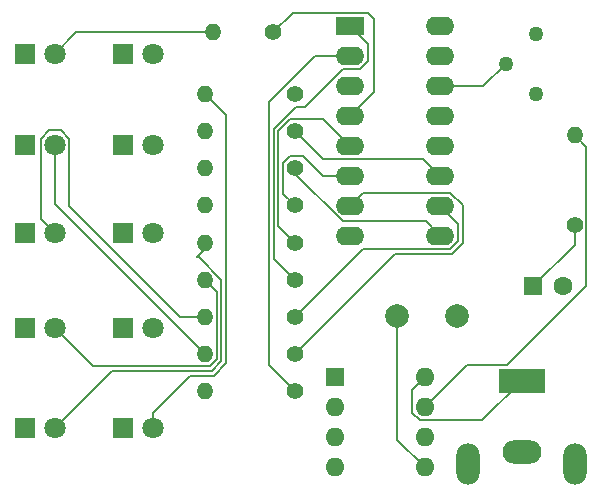
<source format=gbr>
%TF.GenerationSoftware,KiCad,Pcbnew,8.0.4*%
%TF.CreationDate,2025-07-19T03:21:48+10:00*%
%TF.ProjectId,new ki cad,6e657720-6b69-4206-9361-642e6b696361,rev?*%
%TF.SameCoordinates,Original*%
%TF.FileFunction,Copper,L2,Bot*%
%TF.FilePolarity,Positive*%
%FSLAX46Y46*%
G04 Gerber Fmt 4.6, Leading zero omitted, Abs format (unit mm)*
G04 Created by KiCad (PCBNEW 8.0.4) date 2025-07-19 03:21:48*
%MOMM*%
%LPD*%
G01*
G04 APERTURE LIST*
%TA.AperFunction,ComponentPad*%
%ADD10R,4.000000X2.000000*%
%TD*%
%TA.AperFunction,ComponentPad*%
%ADD11O,3.300000X2.000000*%
%TD*%
%TA.AperFunction,ComponentPad*%
%ADD12O,2.000000X3.500000*%
%TD*%
%TA.AperFunction,ComponentPad*%
%ADD13C,1.400000*%
%TD*%
%TA.AperFunction,ComponentPad*%
%ADD14O,1.400000X1.400000*%
%TD*%
%TA.AperFunction,ComponentPad*%
%ADD15R,1.600000X1.600000*%
%TD*%
%TA.AperFunction,ComponentPad*%
%ADD16C,1.600000*%
%TD*%
%TA.AperFunction,ComponentPad*%
%ADD17R,1.800000X1.800000*%
%TD*%
%TA.AperFunction,ComponentPad*%
%ADD18C,1.800000*%
%TD*%
%TA.AperFunction,ComponentPad*%
%ADD19C,2.000000*%
%TD*%
%TA.AperFunction,ComponentPad*%
%ADD20C,1.260000*%
%TD*%
%TA.AperFunction,ComponentPad*%
%ADD21O,1.600000X1.600000*%
%TD*%
%TA.AperFunction,ComponentPad*%
%ADD22R,2.400000X1.600000*%
%TD*%
%TA.AperFunction,ComponentPad*%
%ADD23O,2.400000X1.600000*%
%TD*%
%TA.AperFunction,Conductor*%
%ADD24C,0.200000*%
%TD*%
G04 APERTURE END LIST*
D10*
%TO.P,BT1,1,+*%
%TO.N,Net-(BT1-+)*%
X141000000Y-88500000D03*
D11*
%TO.P,BT1,2,-*%
%TO.N,Net-(BT1--)*%
X141000000Y-94500000D03*
D12*
%TO.P,BT1,MP*%
%TO.N,N/C*%
X136500000Y-95500000D03*
X145500000Y-95500000D03*
%TD*%
D13*
%TO.P,R6,1*%
%TO.N,Net-(U3-6)*%
X121810000Y-76800000D03*
D14*
%TO.P,R6,2*%
%TO.N,Net-(D5-A)*%
X114190000Y-76800000D03*
%TD*%
D13*
%TO.P,R8,1*%
%TO.N,Net-(U3-8)*%
X121810000Y-70500000D03*
D14*
%TO.P,R8,2*%
%TO.N,Net-(D7-A)*%
X114190000Y-70500000D03*
%TD*%
D13*
%TO.P,R5,1*%
%TO.N,Net-(U3-5)*%
X121810000Y-79950000D03*
D14*
%TO.P,R5,2*%
%TO.N,Net-(D4-A)*%
X114190000Y-79950000D03*
%TD*%
D13*
%TO.P,R10,1*%
%TO.N,Net-(U2-Q)*%
X121810000Y-64200000D03*
D14*
%TO.P,R10,2*%
%TO.N,Net-(D10-A)*%
X114190000Y-64200000D03*
%TD*%
D15*
%TO.P,C1,1*%
%TO.N,Net-(C1-Pad1)*%
X142000000Y-80500000D03*
D16*
%TO.P,C1,2*%
%TO.N,Net-(BT1--)*%
X144500000Y-80500000D03*
%TD*%
D13*
%TO.P,R3,1*%
%TO.N,Net-(U3-3)*%
X121810000Y-86250000D03*
D14*
%TO.P,R3,2*%
%TO.N,Net-(D2-A)*%
X114190000Y-86250000D03*
%TD*%
D17*
%TO.P,D7,1,K*%
%TO.N,Net-(BT1--)*%
X107225000Y-68500000D03*
D18*
%TO.P,D7,2,A*%
%TO.N,Net-(D7-A)*%
X109765000Y-68500000D03*
%TD*%
D19*
%TO.P,C2,1*%
%TO.N,Net-(U2-CV)*%
X130500000Y-83000000D03*
%TO.P,C2,2*%
%TO.N,Net-(BT1--)*%
X135500000Y-83000000D03*
%TD*%
D20*
%TO.P,R11,1*%
%TO.N,Net-(BT1-+)*%
X142200000Y-64200000D03*
%TO.P,R11,2*%
%TO.N,Net-(U2-Q)*%
X139660000Y-61660000D03*
%TO.P,R11,3*%
%TO.N,N/C*%
X142200000Y-59120000D03*
%TD*%
D13*
%TO.P,R1,1*%
%TO.N,Net-(U3-1)*%
X121810000Y-89400000D03*
D14*
%TO.P,R1,2*%
%TO.N,Net-(D8-A)*%
X114190000Y-89400000D03*
%TD*%
D17*
%TO.P,D9,1,K*%
%TO.N,Net-(BT1--)*%
X107225000Y-84000000D03*
D18*
%TO.P,D9,2,A*%
%TO.N,Net-(D9-A)*%
X109765000Y-84000000D03*
%TD*%
D17*
%TO.P,D4,1,K*%
%TO.N,Net-(BT1--)*%
X98960000Y-84000000D03*
D18*
%TO.P,D4,2,A*%
%TO.N,Net-(D4-A)*%
X101500000Y-84000000D03*
%TD*%
D17*
%TO.P,D1,1,K*%
%TO.N,Net-(BT1--)*%
X98960000Y-60800000D03*
D18*
%TO.P,D1,2,A*%
%TO.N,Net-(D1-A)*%
X101500000Y-60800000D03*
%TD*%
D13*
%TO.P,R4,1*%
%TO.N,Net-(U3-4)*%
X121810000Y-83100000D03*
D14*
%TO.P,R4,2*%
%TO.N,Net-(D3-A)*%
X114190000Y-83100000D03*
%TD*%
D17*
%TO.P,D2,1,K*%
%TO.N,Net-(BT1--)*%
X98960000Y-68500000D03*
D18*
%TO.P,D2,2,A*%
%TO.N,Net-(D2-A)*%
X101500000Y-68500000D03*
%TD*%
D17*
%TO.P,D3,1,K*%
%TO.N,Net-(BT1--)*%
X98960000Y-76000000D03*
D18*
%TO.P,D3,2,A*%
%TO.N,Net-(D3-A)*%
X101500000Y-76000000D03*
%TD*%
D15*
%TO.P,U2,1,GND*%
%TO.N,unconnected-(U2-GND-Pad1)*%
X125200000Y-88200000D03*
D21*
%TO.P,U2,2,TR*%
%TO.N,Net-(BT1-+)*%
X125200000Y-90740000D03*
%TO.P,U2,3,Q*%
%TO.N,Net-(U2-Q)*%
X125200000Y-93280000D03*
%TO.P,U2,4,R*%
%TO.N,Net-(BT1--)*%
X125200000Y-95820000D03*
%TO.P,U2,5,CV*%
%TO.N,Net-(U2-CV)*%
X132820000Y-95820000D03*
%TO.P,U2,6,THR*%
%TO.N,Net-(BT1--)*%
X132820000Y-93280000D03*
%TO.P,U2,7,DIS*%
%TO.N,Net-(U2-DIS)*%
X132820000Y-90740000D03*
%TO.P,U2,8,VCC*%
%TO.N,Net-(BT1-+)*%
X132820000Y-88200000D03*
%TD*%
D17*
%TO.P,D6,1,K*%
%TO.N,Net-(BT1--)*%
X107225000Y-60800000D03*
D18*
%TO.P,D6,2,A*%
%TO.N,Net-(D6-A)*%
X109765000Y-60800000D03*
%TD*%
D17*
%TO.P,D5,1,K*%
%TO.N,Net-(BT1--)*%
X98960000Y-92500000D03*
D18*
%TO.P,D5,2,A*%
%TO.N,Net-(D5-A)*%
X101500000Y-92500000D03*
%TD*%
D13*
%TO.P,RV1,1,1*%
%TO.N,Net-(C1-Pad1)*%
X145500000Y-75310000D03*
D14*
%TO.P,RV1,2,2*%
%TO.N,Net-(U2-DIS)*%
X145500000Y-67690000D03*
%TD*%
D22*
%TO.P,U3,1,5*%
%TO.N,Net-(U3-5)*%
X126500000Y-58460000D03*
D23*
%TO.P,U3,2,1*%
%TO.N,Net-(U3-1)*%
X126500000Y-61000000D03*
%TO.P,U3,3,O*%
%TO.N,unconnected-(U3-O-Pad3)*%
X126500000Y-63540000D03*
%TO.P,U3,4,2*%
%TO.N,Net-(U3-2)*%
X126500000Y-66080000D03*
%TO.P,U3,5,6*%
%TO.N,Net-(U3-6)*%
X126500000Y-68620000D03*
%TO.P,U3,6,7*%
%TO.N,Net-(U3-7)*%
X126500000Y-71160000D03*
%TO.P,U3,7,3*%
%TO.N,Net-(U3-3)*%
X126500000Y-73700000D03*
%TO.P,U3,8,VSS*%
%TO.N,Net-(BT1--)*%
X126500000Y-76240000D03*
%TO.P,U3,9,8*%
%TO.N,Net-(U3-8)*%
X134120000Y-76240000D03*
%TO.P,U3,10,4*%
%TO.N,Net-(U3-4)*%
X134120000Y-73700000D03*
%TO.P,U3,11,9*%
%TO.N,Net-(U3-9)*%
X134120000Y-71160000D03*
%TO.P,U3,12,CARRY_OUT*%
%TO.N,unconnected-(U3-CARRY_OUT-Pad12)*%
X134120000Y-68620000D03*
%TO.P,U3,13,CLOCK_INHIBIT*%
%TO.N,Net-(BT1--)*%
X134120000Y-66080000D03*
%TO.P,U3,14,CLOCK*%
%TO.N,Net-(U2-Q)*%
X134120000Y-63540000D03*
%TO.P,U3,15,RESET*%
%TO.N,Net-(BT1--)*%
X134120000Y-61000000D03*
%TO.P,U3,16,VDD*%
%TO.N,Net-(BT1-+)*%
X134120000Y-58460000D03*
%TD*%
D14*
%TO.P,R2,2*%
%TO.N,Net-(D1-A)*%
X114910000Y-59000000D03*
D13*
%TO.P,R2,1*%
%TO.N,Net-(U3-2)*%
X119990000Y-59000000D03*
%TD*%
D17*
%TO.P,D8,1,K*%
%TO.N,Net-(BT1--)*%
X107225000Y-76000000D03*
D18*
%TO.P,D8,2,A*%
%TO.N,Net-(D8-A)*%
X109765000Y-76000000D03*
%TD*%
D13*
%TO.P,R7,1*%
%TO.N,Net-(U3-7)*%
X121810000Y-73650000D03*
D14*
%TO.P,R7,2*%
%TO.N,Net-(D6-A)*%
X114190000Y-73650000D03*
%TD*%
D13*
%TO.P,R9,1*%
%TO.N,Net-(U3-9)*%
X121810000Y-67350000D03*
D14*
%TO.P,R9,2*%
%TO.N,Net-(D9-A)*%
X114190000Y-67350000D03*
%TD*%
D17*
%TO.P,D10,1,K*%
%TO.N,Net-(BT1--)*%
X107225000Y-92500000D03*
D18*
%TO.P,D10,2,A*%
%TO.N,Net-(D10-A)*%
X109765000Y-92500000D03*
%TD*%
D24*
%TO.N,Net-(BT1-+)*%
X132364365Y-91840000D02*
X137660000Y-91840000D01*
X131720000Y-91195635D02*
X132364365Y-91840000D01*
X132820000Y-88200000D02*
X131720000Y-89300000D01*
X131720000Y-89300000D02*
X131720000Y-91195635D01*
X137660000Y-91840000D02*
X141000000Y-88500000D01*
%TO.N,Net-(C1-Pad1)*%
X145500000Y-75310000D02*
X145500000Y-77000000D01*
X145500000Y-77000000D02*
X142000000Y-80500000D01*
%TO.N,Net-(U2-CV)*%
X130500000Y-93500000D02*
X130500000Y-83000000D01*
X132820000Y-95820000D02*
X130500000Y-93500000D01*
%TO.N,Net-(D1-A)*%
X103300000Y-59000000D02*
X114910000Y-59000000D01*
X101500000Y-60800000D02*
X103300000Y-59000000D01*
%TO.N,Net-(D2-A)*%
X101500000Y-73560000D02*
X114190000Y-86250000D01*
X101500000Y-68500000D02*
X101500000Y-73560000D01*
%TO.N,Net-(D3-A)*%
X100300000Y-74800000D02*
X100300000Y-68002943D01*
X112100000Y-83100000D02*
X114190000Y-83100000D01*
X101997057Y-67300000D02*
X102700000Y-68002943D01*
X102700000Y-73700000D02*
X112100000Y-83100000D01*
X100300000Y-68002943D02*
X101002943Y-67300000D01*
X102700000Y-68002943D02*
X102700000Y-73700000D01*
X101500000Y-76000000D02*
X100300000Y-74800000D01*
X101002943Y-67300000D02*
X101997057Y-67300000D01*
%TO.N,Net-(D4-A)*%
X115190000Y-80950000D02*
X114190000Y-79950000D01*
X101500000Y-84000000D02*
X104750000Y-87250000D01*
X114604214Y-87250000D02*
X115190000Y-86664214D01*
X104750000Y-87250000D02*
X114604214Y-87250000D01*
X115190000Y-86664214D02*
X115190000Y-80950000D01*
%TO.N,Net-(D5-A)*%
X114769900Y-87650000D02*
X115590000Y-86829900D01*
X101500000Y-92500000D02*
X106350000Y-87650000D01*
X106350000Y-87650000D02*
X114769900Y-87650000D01*
X115590000Y-79935786D02*
X113654214Y-78000000D01*
X113654214Y-78000000D02*
X113500000Y-78000000D01*
X115590000Y-86829900D02*
X115590000Y-79935786D01*
X114190000Y-77310000D02*
X114190000Y-76800000D01*
X113500000Y-78000000D02*
X114190000Y-77310000D01*
%TO.N,Net-(D10-A)*%
X112942208Y-88050000D02*
X114935586Y-88050000D01*
X109765000Y-91227208D02*
X112942208Y-88050000D01*
X115990000Y-86995586D02*
X115990000Y-66000000D01*
X114935586Y-88050000D02*
X115990000Y-86995586D01*
X115990000Y-66000000D02*
X114190000Y-64200000D01*
X109765000Y-92500000D02*
X109765000Y-91227208D01*
%TO.N,Net-(U3-1)*%
X119610000Y-64890000D02*
X123500000Y-61000000D01*
X119610000Y-87200000D02*
X119610000Y-64890000D01*
X123500000Y-61000000D02*
X126500000Y-61000000D01*
X121810000Y-89400000D02*
X119610000Y-87200000D01*
%TO.N,Net-(U3-2)*%
X128500000Y-64080000D02*
X126500000Y-66080000D01*
X121630000Y-57360000D02*
X128000000Y-57360000D01*
X128000000Y-57360000D02*
X128500000Y-57860000D01*
X119990000Y-59000000D02*
X121630000Y-57360000D01*
X128500000Y-57860000D02*
X128500000Y-64080000D01*
%TO.N,Net-(U3-3)*%
X127600000Y-72600000D02*
X126500000Y-73700000D01*
X135141321Y-77740000D02*
X136020000Y-76861321D01*
X130320000Y-77740000D02*
X135141321Y-77740000D01*
X136020000Y-73644365D02*
X134975635Y-72600000D01*
X134975635Y-72600000D02*
X127600000Y-72600000D01*
X136020000Y-76861321D02*
X136020000Y-73644365D01*
X121810000Y-86250000D02*
X130320000Y-77740000D01*
%TO.N,Net-(U3-4)*%
X121810000Y-83100000D02*
X127570000Y-77340000D01*
X134975635Y-77340000D02*
X135620000Y-76695635D01*
X127570000Y-77340000D02*
X134975635Y-77340000D01*
X135620000Y-75200000D02*
X134120000Y-73700000D01*
X135620000Y-76695635D02*
X135620000Y-75200000D01*
%TO.N,Net-(U3-5)*%
X128000000Y-59960000D02*
X126500000Y-58460000D01*
X127355635Y-62100000D02*
X128000000Y-61455635D01*
X128000000Y-61455635D02*
X128000000Y-59960000D01*
X121867918Y-65312182D02*
X122687818Y-65312182D01*
X120010000Y-78150000D02*
X120010000Y-67170100D01*
X125900000Y-62100000D02*
X127355635Y-62100000D01*
X121810000Y-79950000D02*
X120010000Y-78150000D01*
X120010000Y-67170100D02*
X121867918Y-65312182D01*
X122687818Y-65312182D02*
X125900000Y-62100000D01*
%TO.N,Net-(U3-6)*%
X124230000Y-66350000D02*
X126500000Y-68620000D01*
X120410000Y-67335786D02*
X121395786Y-66350000D01*
X120410000Y-75400000D02*
X120410000Y-67335786D01*
X121810000Y-76800000D02*
X120410000Y-75400000D01*
X121395786Y-66350000D02*
X124230000Y-66350000D01*
%TO.N,Net-(U3-7)*%
X122500000Y-69500000D02*
X124160000Y-71160000D01*
X120810000Y-70085786D02*
X121395786Y-69500000D01*
X121395786Y-69500000D02*
X122500000Y-69500000D01*
X121810000Y-73650000D02*
X120810000Y-72650000D01*
X124160000Y-71160000D02*
X126500000Y-71160000D01*
X120810000Y-72650000D02*
X120810000Y-70085786D01*
%TO.N,Net-(U3-8)*%
X132880000Y-75000000D02*
X134120000Y-76240000D01*
X121810000Y-70965635D02*
X125844365Y-75000000D01*
X125844365Y-75000000D02*
X132880000Y-75000000D01*
X121810000Y-70500000D02*
X121810000Y-70965635D01*
%TO.N,Net-(U3-9)*%
X121810000Y-67350000D02*
X124180000Y-69720000D01*
X132680000Y-69720000D02*
X134120000Y-71160000D01*
X124180000Y-69720000D02*
X132680000Y-69720000D01*
%TO.N,Net-(U2-Q)*%
X134120000Y-63540000D02*
X137780000Y-63540000D01*
X137780000Y-63540000D02*
X139660000Y-61660000D01*
%TO.N,Net-(U2-DIS)*%
X146500000Y-80500000D02*
X146500000Y-68690000D01*
X139800000Y-87200000D02*
X146500000Y-80500000D01*
X136360000Y-87200000D02*
X139800000Y-87200000D01*
X146500000Y-68690000D02*
X145500000Y-67690000D01*
X132820000Y-90740000D02*
X136360000Y-87200000D01*
%TD*%
M02*

</source>
